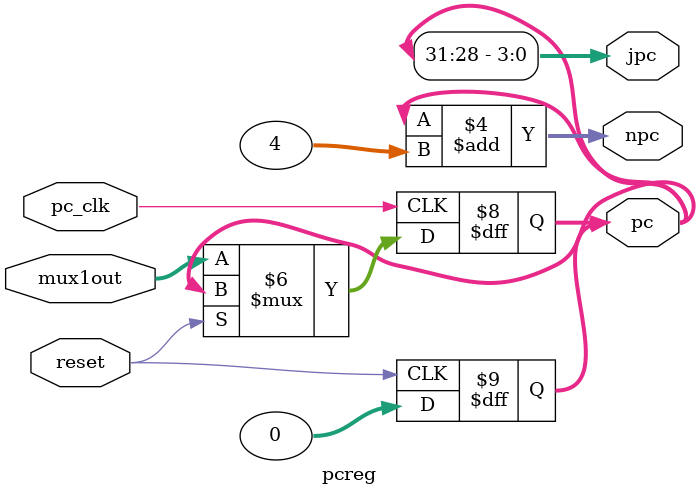
<source format=v>
`timescale 1ns/1ps
module pcreg(
    input pc_clk,
    input reset,
    input [31:0] mux1out,
    output [31:0] npc,
    output reg [31:0] pc,
    output [3:0] jpc

);

assign jpc =pc[31:28];
always @(posedge reset) begin
    if (reset) begin
        pc = 0;
    end
end
always @(negedge pc_clk) begin
    if (!reset) begin
        pc = mux1out;
    end
end

assign npc = pc + 4;

endmodule
</source>
